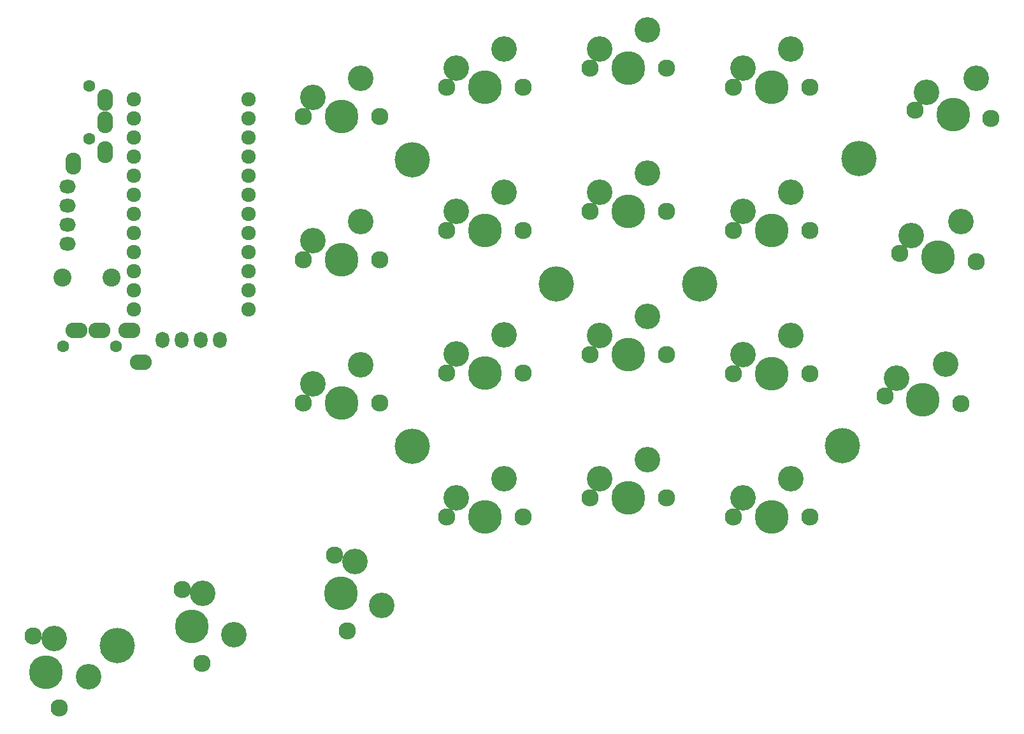
<source format=gbr>
%TF.GenerationSoftware,KiCad,Pcbnew,(5.1.10)-1*%
%TF.CreationDate,2021-10-28T21:04:48+02:00*%
%TF.ProjectId,yaohkib - right,79616f68-6b69-4622-902d-207269676874,rev?*%
%TF.SameCoordinates,Original*%
%TF.FileFunction,Soldermask,Top*%
%TF.FilePolarity,Negative*%
%FSLAX46Y46*%
G04 Gerber Fmt 4.6, Leading zero omitted, Abs format (unit mm)*
G04 Created by KiCad (PCBNEW (5.1.10)-1) date 2021-10-28 21:04:48*
%MOMM*%
%LPD*%
G01*
G04 APERTURE LIST*
%ADD10C,4.700000*%
%ADD11O,2.900000X2.100000*%
%ADD12C,1.600000*%
%ADD13C,1.924000*%
%ADD14C,3.400000*%
%ADD15C,2.300000*%
%ADD16C,4.500000*%
%ADD17O,2.178000X1.797000*%
%ADD18O,2.100000X2.900000*%
%ADD19O,1.797000X2.178000*%
%ADD20C,2.400000*%
G04 APERTURE END LIST*
D10*
%TO.C,Ref\u002A\u002A*%
X97345000Y-130775000D03*
%TD*%
D11*
%TO.C,J1*%
X100410000Y-93060000D03*
X98910000Y-88860000D03*
X94910000Y-88860000D03*
X91910000Y-88860000D03*
D12*
X97110000Y-90960000D03*
X90110000Y-90960000D03*
%TD*%
D13*
%TO.C,U2*%
X99506400Y-58156000D03*
X99506400Y-60696000D03*
X99506400Y-63236000D03*
X99506400Y-65776000D03*
X99506400Y-68316000D03*
X99506400Y-70856000D03*
X99506400Y-73396000D03*
X99506400Y-75936000D03*
X99506400Y-78476000D03*
X99506400Y-81016000D03*
X99506400Y-83556000D03*
X99506400Y-86096000D03*
X114726400Y-86096000D03*
X114726400Y-83556000D03*
X114726400Y-81016000D03*
X114726400Y-78476000D03*
X114726400Y-75936000D03*
X114726400Y-73396000D03*
X114726400Y-70856000D03*
X114726400Y-68316000D03*
X114726400Y-65776000D03*
X114726400Y-63236000D03*
X114726400Y-60696000D03*
X114726400Y-58156000D03*
%TD*%
D10*
%TO.C,Ref\u002A\u002A*%
X174723000Y-82657500D03*
%TD*%
%TO.C,Ref\u002A\u002A*%
X193697200Y-104203640D03*
%TD*%
%TO.C,Ref\u002A\u002A*%
X195843500Y-65999500D03*
%TD*%
%TO.C,Ref\u002A\u002A*%
X136553000Y-66147500D03*
%TD*%
%TO.C,Ref\u002A\u002A*%
X136553000Y-104257500D03*
%TD*%
%TO.C,Ref\u002A\u002A*%
X155673000Y-82707500D03*
%TD*%
D14*
%TO.C,SW22*%
X211422090Y-55357331D03*
X204841374Y-57219661D03*
D15*
X203312829Y-59612995D03*
X213417171Y-60675005D03*
D16*
X208365000Y-60144000D03*
%TD*%
D14*
%TO.C,SW37*%
X129657500Y-93456500D03*
X123307500Y-95996500D03*
D15*
X122037500Y-98536500D03*
X132197500Y-98536500D03*
D16*
X127117500Y-98536500D03*
%TD*%
D14*
%TO.C,SW23*%
X186807500Y-51419500D03*
X180457500Y-53959500D03*
D15*
X179187500Y-56499500D03*
X189347500Y-56499500D03*
D16*
X184267500Y-56499500D03*
%TD*%
D14*
%TO.C,SW24*%
X167757500Y-48943000D03*
X161407500Y-51483000D03*
D15*
X160137500Y-54023000D03*
X170297500Y-54023000D03*
D16*
X165217500Y-54023000D03*
%TD*%
D14*
%TO.C,SW29*%
X167757500Y-67993000D03*
X161407500Y-70533000D03*
D15*
X160137500Y-73073000D03*
X170297500Y-73073000D03*
D16*
X165217500Y-73073000D03*
%TD*%
D14*
%TO.C,SW26*%
X129657500Y-55356500D03*
X123307500Y-57896500D03*
D15*
X122037500Y-60436500D03*
X132197500Y-60436500D03*
D16*
X127117500Y-60436500D03*
%TD*%
D17*
%TO.C,J4*%
X90690000Y-69720000D03*
X90690000Y-72260000D03*
X90690000Y-74800000D03*
X90690000Y-77340000D03*
%TD*%
D18*
%TO.C,J3*%
X91469180Y-66689140D03*
X95669180Y-65189140D03*
X95669180Y-61189140D03*
X95669180Y-58189140D03*
D12*
X93569180Y-63389140D03*
X93569180Y-56389140D03*
%TD*%
D19*
%TO.C,J6*%
X110925000Y-90154500D03*
X108385000Y-90154500D03*
X105845000Y-90154500D03*
X103305000Y-90154500D03*
%TD*%
D20*
%TO.C,RSW2*%
X90040000Y-81820000D03*
X96540000Y-81820000D03*
%TD*%
D14*
%TO.C,SW34*%
X93509370Y-134945357D03*
X88950723Y-129847040D03*
D15*
X86129538Y-129522361D03*
X89604462Y-139069639D03*
D16*
X87867000Y-134296000D03*
%TD*%
D14*
%TO.C,SW41*%
X132478890Y-125413279D03*
X128874812Y-119600816D03*
D15*
X126152867Y-118791177D03*
X127917133Y-128796823D03*
D16*
X127035000Y-123794000D03*
%TD*%
D14*
%TO.C,SW36*%
X148705000Y-89494000D03*
X142355000Y-92034000D03*
D15*
X141085000Y-94574000D03*
X151245000Y-94574000D03*
D16*
X146165000Y-94574000D03*
%TD*%
D14*
%TO.C,SW32*%
X207422090Y-93317331D03*
X200841374Y-95179661D03*
D15*
X199312829Y-97572995D03*
X209417171Y-98635005D03*
D16*
X204365000Y-98104000D03*
%TD*%
D14*
%TO.C,SW39*%
X167757500Y-106093000D03*
X161407500Y-108633000D03*
D15*
X160137500Y-111173000D03*
X170297500Y-111173000D03*
D16*
X165217500Y-111173000D03*
%TD*%
D14*
%TO.C,SW31*%
X129657500Y-74406500D03*
X123307500Y-76946500D03*
D15*
X122037500Y-79486500D03*
X132197500Y-79486500D03*
D16*
X127117500Y-79486500D03*
%TD*%
D14*
%TO.C,SW27*%
X209432090Y-74367331D03*
X202851374Y-76229661D03*
D15*
X201322829Y-78622995D03*
X211427171Y-79685005D03*
D16*
X206375000Y-79154000D03*
%TD*%
D14*
%TO.C,SW28*%
X186807500Y-70469500D03*
X180457500Y-73009500D03*
D15*
X179187500Y-75549500D03*
X189347500Y-75549500D03*
D16*
X184267500Y-75549500D03*
%TD*%
D14*
%TO.C,SW25*%
X148707500Y-51419500D03*
X142357500Y-53959500D03*
D15*
X141087500Y-56499500D03*
X151247500Y-56499500D03*
D16*
X146167500Y-56499500D03*
%TD*%
D14*
%TO.C,SW38*%
X186807500Y-108569500D03*
X180457500Y-111109500D03*
D15*
X179187500Y-113649500D03*
X189347500Y-113649500D03*
D16*
X184267500Y-113649500D03*
%TD*%
D14*
%TO.C,SW33*%
X186807500Y-89519500D03*
X180457500Y-92059500D03*
D15*
X179187500Y-94599500D03*
X189347500Y-94599500D03*
D16*
X184267500Y-94599500D03*
%TD*%
D14*
%TO.C,SW40*%
X148707500Y-108569500D03*
X142357500Y-111109500D03*
D15*
X141087500Y-113649500D03*
X151247500Y-113649500D03*
D16*
X146167500Y-113649500D03*
%TD*%
D14*
%TO.C,SW35*%
X167757500Y-87043000D03*
X161407500Y-89583000D03*
D15*
X160137500Y-92123000D03*
X170297500Y-92123000D03*
D16*
X165217500Y-92123000D03*
%TD*%
D14*
%TO.C,SW30*%
X148707500Y-70469500D03*
X142357500Y-73009500D03*
D15*
X141087500Y-75549500D03*
X151247500Y-75549500D03*
D16*
X146167500Y-75549500D03*
%TD*%
D14*
%TO.C,SW42*%
X112799304Y-129344513D03*
X108702351Y-123868284D03*
D15*
X105920199Y-123298959D03*
X108549801Y-133112765D03*
D16*
X107235000Y-128205862D03*
%TD*%
M02*

</source>
